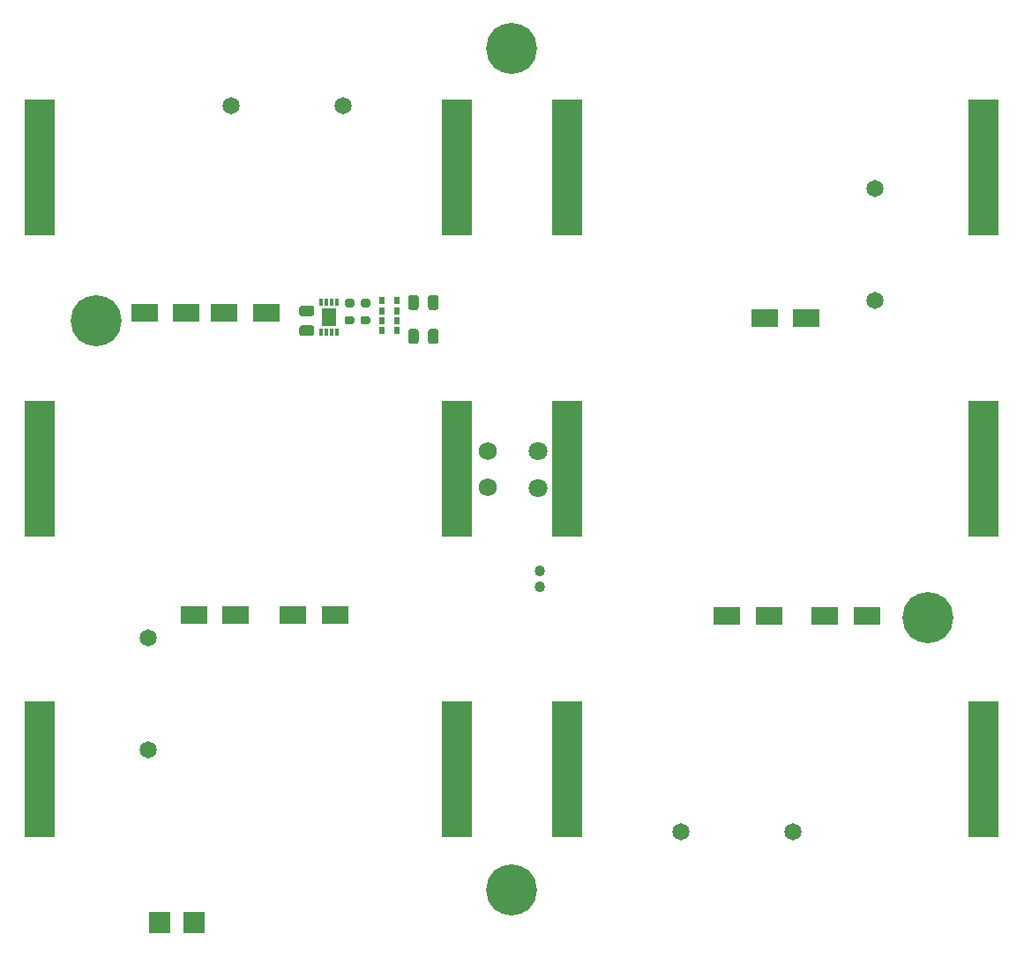
<source format=gbr>
%TF.GenerationSoftware,KiCad,Pcbnew,(5.1.10)-1*%
%TF.CreationDate,2022-11-13T15:12:26-08:00*%
%TF.ProjectId,-ZFace,2d5a4661-6365-42e6-9b69-6361645f7063,1.0*%
%TF.SameCoordinates,Original*%
%TF.FileFunction,Soldermask,Bot*%
%TF.FilePolarity,Negative*%
%FSLAX46Y46*%
G04 Gerber Fmt 4.6, Leading zero omitted, Abs format (unit mm)*
G04 Created by KiCad (PCBNEW (5.1.10)-1) date 2022-11-13 15:12:26*
%MOMM*%
%LPD*%
G01*
G04 APERTURE LIST*
%ADD10C,1.750000*%
%ADD11C,1.800000*%
%ADD12C,1.030000*%
%ADD13R,2.000000X2.000000*%
%ADD14C,4.900000*%
%ADD15R,0.300000X0.750000*%
%ADD16R,1.450000X1.750000*%
%ADD17R,0.600000X0.720000*%
%ADD18R,3.000000X13.000000*%
%ADD19C,1.650000*%
%ADD20R,2.500000X1.700000*%
G04 APERTURE END LIST*
D10*
%TO.C,J8*%
X158200000Y-83750000D03*
X158200000Y-80250000D03*
%TD*%
D11*
%TO.C,J7*%
X163000000Y-83800000D03*
X163000000Y-80300000D03*
%TD*%
D12*
%TO.C,J6*%
X163150000Y-93325000D03*
X163150000Y-91775000D03*
%TD*%
D13*
%TO.C,J10*%
X126700000Y-125600000D03*
%TD*%
%TO.C,J9*%
X130000000Y-125600000D03*
%TD*%
D14*
%TO.C,J13*%
X200450000Y-96250000D03*
%TD*%
%TO.C,J12*%
X160500000Y-41550000D03*
%TD*%
%TO.C,J11*%
X120550000Y-67750000D03*
%TD*%
%TO.C,J14*%
X160500000Y-122450000D03*
%TD*%
%TO.C,R3*%
G36*
G01*
X145175000Y-66450000D02*
X144625000Y-66450000D01*
G75*
G02*
X144425000Y-66250000I0J200000D01*
G01*
X144425000Y-65850000D01*
G75*
G02*
X144625000Y-65650000I200000J0D01*
G01*
X145175000Y-65650000D01*
G75*
G02*
X145375000Y-65850000I0J-200000D01*
G01*
X145375000Y-66250000D01*
G75*
G02*
X145175000Y-66450000I-200000J0D01*
G01*
G37*
G36*
G01*
X145175000Y-68100000D02*
X144625000Y-68100000D01*
G75*
G02*
X144425000Y-67900000I0J200000D01*
G01*
X144425000Y-67500000D01*
G75*
G02*
X144625000Y-67300000I200000J0D01*
G01*
X145175000Y-67300000D01*
G75*
G02*
X145375000Y-67500000I0J-200000D01*
G01*
X145375000Y-67900000D01*
G75*
G02*
X145175000Y-68100000I-200000J0D01*
G01*
G37*
%TD*%
D15*
%TO.C,U2*%
X143700000Y-68850000D03*
X143200000Y-68850000D03*
X142200000Y-68850000D03*
X142700000Y-68850000D03*
X143700000Y-65950000D03*
X143200000Y-65950000D03*
X142700000Y-65950000D03*
X142200000Y-65950000D03*
D16*
X142950000Y-67400000D03*
%TD*%
D17*
%TO.C,U1*%
X149450000Y-66770000D03*
X148050000Y-66770000D03*
X149450000Y-67740000D03*
X148050000Y-67740000D03*
X148050000Y-68710000D03*
X148050000Y-65800000D03*
X149450000Y-68710000D03*
X149450000Y-65800000D03*
%TD*%
D18*
%TO.C,SC6*%
X205800000Y-110800000D03*
X165800000Y-110800000D03*
%TD*%
%TO.C,SC5*%
X165800000Y-82000000D03*
X205800000Y-82000000D03*
%TD*%
%TO.C,SC4*%
X205800000Y-53000000D03*
X165800000Y-53000000D03*
%TD*%
%TO.C,SC3*%
X155200000Y-110800000D03*
X115200000Y-110800000D03*
%TD*%
%TO.C,SC2*%
X115200000Y-82000000D03*
X155200000Y-82000000D03*
%TD*%
%TO.C,SC1*%
X155200000Y-53000000D03*
X115200000Y-53000000D03*
%TD*%
%TO.C,R4*%
G36*
G01*
X146725000Y-66450000D02*
X146175000Y-66450000D01*
G75*
G02*
X145975000Y-66250000I0J200000D01*
G01*
X145975000Y-65850000D01*
G75*
G02*
X146175000Y-65650000I200000J0D01*
G01*
X146725000Y-65650000D01*
G75*
G02*
X146925000Y-65850000I0J-200000D01*
G01*
X146925000Y-66250000D01*
G75*
G02*
X146725000Y-66450000I-200000J0D01*
G01*
G37*
G36*
G01*
X146725000Y-68100000D02*
X146175000Y-68100000D01*
G75*
G02*
X145975000Y-67900000I0J200000D01*
G01*
X145975000Y-67500000D01*
G75*
G02*
X146175000Y-67300000I200000J0D01*
G01*
X146725000Y-67300000D01*
G75*
G02*
X146925000Y-67500000I0J-200000D01*
G01*
X146925000Y-67900000D01*
G75*
G02*
X146725000Y-68100000I-200000J0D01*
G01*
G37*
%TD*%
D19*
%TO.C,J5*%
X125615000Y-108985000D03*
X125615000Y-98215000D03*
%TD*%
%TO.C,J4*%
X133515000Y-47115000D03*
X144285000Y-47115000D03*
%TD*%
%TO.C,J3*%
X195385000Y-55015000D03*
X195385000Y-65785000D03*
%TD*%
%TO.C,J2*%
X187485000Y-116870000D03*
X176715000Y-116870000D03*
%TD*%
D20*
%TO.C,D7*%
X129250000Y-67000000D03*
X125250000Y-67000000D03*
%TD*%
%TO.C,D6*%
X181150000Y-96100000D03*
X185150000Y-96100000D03*
%TD*%
%TO.C,D5*%
X190550000Y-96100000D03*
X194550000Y-96100000D03*
%TD*%
%TO.C,D4*%
X188750000Y-67500000D03*
X184750000Y-67500000D03*
%TD*%
%TO.C,D3*%
X130000000Y-96000000D03*
X134000000Y-96000000D03*
%TD*%
%TO.C,D2*%
X139500000Y-96000000D03*
X143500000Y-96000000D03*
%TD*%
%TO.C,D1*%
X136900000Y-67000000D03*
X132900000Y-67000000D03*
%TD*%
%TO.C,C3*%
G36*
G01*
X141275000Y-67300000D02*
X140325000Y-67300000D01*
G75*
G02*
X140075000Y-67050000I0J250000D01*
G01*
X140075000Y-66550000D01*
G75*
G02*
X140325000Y-66300000I250000J0D01*
G01*
X141275000Y-66300000D01*
G75*
G02*
X141525000Y-66550000I0J-250000D01*
G01*
X141525000Y-67050000D01*
G75*
G02*
X141275000Y-67300000I-250000J0D01*
G01*
G37*
G36*
G01*
X141275000Y-69200000D02*
X140325000Y-69200000D01*
G75*
G02*
X140075000Y-68950000I0J250000D01*
G01*
X140075000Y-68450000D01*
G75*
G02*
X140325000Y-68200000I250000J0D01*
G01*
X141275000Y-68200000D01*
G75*
G02*
X141525000Y-68450000I0J-250000D01*
G01*
X141525000Y-68950000D01*
G75*
G02*
X141275000Y-69200000I-250000J0D01*
G01*
G37*
%TD*%
%TO.C,C2*%
G36*
G01*
X151550000Y-68775000D02*
X151550000Y-69725000D01*
G75*
G02*
X151300000Y-69975000I-250000J0D01*
G01*
X150800000Y-69975000D01*
G75*
G02*
X150550000Y-69725000I0J250000D01*
G01*
X150550000Y-68775000D01*
G75*
G02*
X150800000Y-68525000I250000J0D01*
G01*
X151300000Y-68525000D01*
G75*
G02*
X151550000Y-68775000I0J-250000D01*
G01*
G37*
G36*
G01*
X153450000Y-68775000D02*
X153450000Y-69725000D01*
G75*
G02*
X153200000Y-69975000I-250000J0D01*
G01*
X152700000Y-69975000D01*
G75*
G02*
X152450000Y-69725000I0J250000D01*
G01*
X152450000Y-68775000D01*
G75*
G02*
X152700000Y-68525000I250000J0D01*
G01*
X153200000Y-68525000D01*
G75*
G02*
X153450000Y-68775000I0J-250000D01*
G01*
G37*
%TD*%
%TO.C,C1*%
G36*
G01*
X152450000Y-66475000D02*
X152450000Y-65525000D01*
G75*
G02*
X152700000Y-65275000I250000J0D01*
G01*
X153200000Y-65275000D01*
G75*
G02*
X153450000Y-65525000I0J-250000D01*
G01*
X153450000Y-66475000D01*
G75*
G02*
X153200000Y-66725000I-250000J0D01*
G01*
X152700000Y-66725000D01*
G75*
G02*
X152450000Y-66475000I0J250000D01*
G01*
G37*
G36*
G01*
X150550000Y-66475000D02*
X150550000Y-65525000D01*
G75*
G02*
X150800000Y-65275000I250000J0D01*
G01*
X151300000Y-65275000D01*
G75*
G02*
X151550000Y-65525000I0J-250000D01*
G01*
X151550000Y-66475000D01*
G75*
G02*
X151300000Y-66725000I-250000J0D01*
G01*
X150800000Y-66725000D01*
G75*
G02*
X150550000Y-66475000I0J250000D01*
G01*
G37*
%TD*%
M02*

</source>
